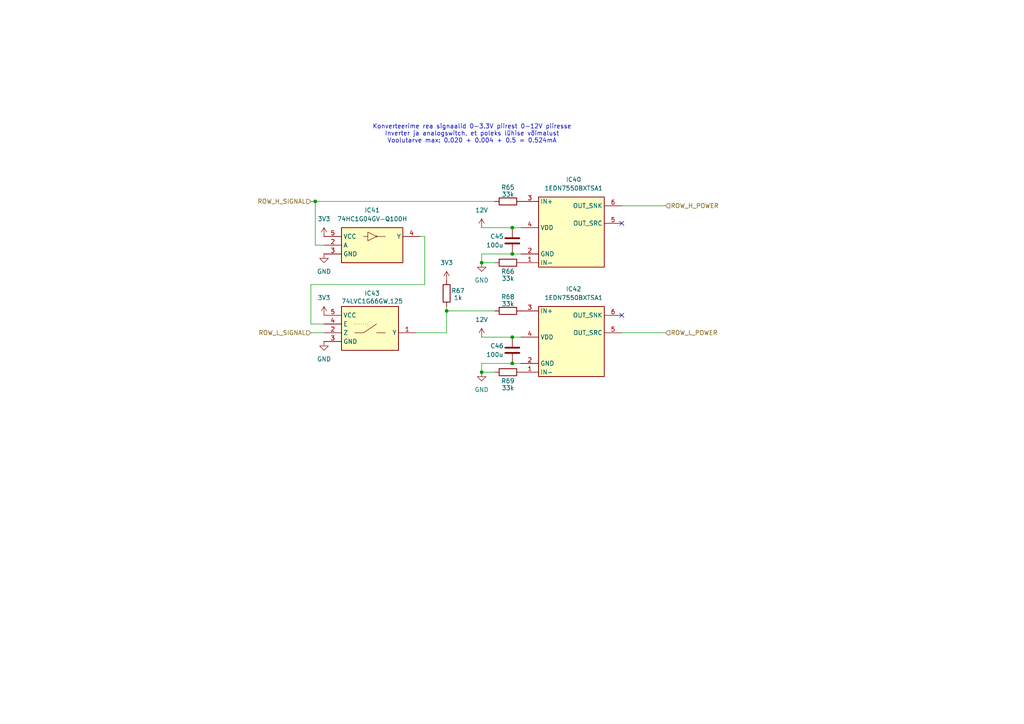
<source format=kicad_sch>
(kicad_sch (version 20250114) (generator "eeschema") (generator_version "9.0")
  (paper "A4")
  (lib_symbols
    (symbol "1EDN7550BXTSA1_2"
      (property "Reference" "IC2" (at 15.24 7.62 0))
      (property "Value" "1EDN7550BXTSA1" (at 15.24 5.08 0))
      (symbol "1EDN7550BXTSA1_2_1_1"
        (rectangle (start 5.08 2.54) (end 24.13 -17.78) (stroke (width 0.254)) (fill (type background)))
        (pin bidirectional line (at 0 1.27 0) (length 5.08) (name "IN+") (number "3"))
        (pin bidirectional line (at 0 -6.35 0) (length 5.08) (name "VDD") (number "4"))
        (pin bidirectional line (at 0 -13.97 0) (length 5.08) (name "GND") (number "2"))
        (pin bidirectional line (at 0 -16.51 0) (length 5.08) (name "IN-") (number "1"))
        (pin output line (at 29.21 0 180) (length 5.08) (name "OUT_SNK") (number "6"))
        (pin output line (at 29.21 -5.08 180) (length 5.08) (name "OUT_SRC") (number "5"))
      )
    )
    (symbol "74HC1G04GV-Q100H:74HC1G04GV-Q100H"
      (property "Reference" "IC3" (at 13.97 7.62 0))
      (property "Value" "74HC1G04GV-Q100H" (at 13.97 5.08 0))
      (symbol "74HC1G04GV-Q100H_0_1"
        (polyline (pts (xy 12.7 0) (xy 11.43 0)))
        (polyline (pts (xy 15.24 0) (xy 17.78 0)))
        (polyline (pts (xy 15.24 0) (xy 12.7 1.27) (xy 12.7 -1.27) (xy 15.24 0)))
        (circle (center 15.24 0) (radius 0.2) (stroke (width 0.1)) (fill (type background)))
      )
      (symbol "74HC1G04GV-Q100H_1_1"
        (rectangle (start 5.08 2.54) (end 22.86 -7.62) (stroke (width 0.254)) (fill (type background)))
        (pin passive line (at 0 0 0) (length 5.08) (name "VCC") (number "5"))
        (pin passive line (at 0 -2.54 0) (length 5.08) (name "A") (number "2"))
        (pin passive line (at 0 -5.08 0) (length 5.08) (name "GND") (number "3"))
        (pin passive line (at 27.94 0 180) (length 5.08) (name "Y") (number "4"))
        (pin passive line (at 27.94 -5.08 180) (length 5.08) (hide yes) (name "n.c.") (number "1"))
      )
    )
    (symbol "74LVC1G66GW_125:74LVC1G66GW,125"
      (property "Reference" "IC2" (at 12.7 8.89 0))
      (property "Value" "74LVC1G66GW,125" (at 12.7 6.604 0))
      (symbol "74LVC1G66GW,125_0_1"
        (polyline (pts (xy 7.62 -2.54) (xy 10.16 -2.54)))
        (polyline (pts (xy 10.16 -2.54) (xy 13.97 0)))
        (polyline (pts (xy 13.97 -2.54) (xy 16.51 -2.54)))
      )
      (symbol "74LVC1G66GW,125_1_1"
        (rectangle (start 3.81 5.08) (end 20.32 -7.62) (stroke (width 0.254)) (fill (type background)))
        (polyline (pts (xy 7.62 0) (xy 11.43 0) (xy 11.43 -1.27)) (stroke (width 0) (type dot)))
        (pin passive line (at -1.27 2.54 0) (length 5.08) (name "VCC") (number "5"))
        (pin passive line (at -1.27 0 0) (length 5.08) (name "E") (number "4"))
        (pin passive line (at -1.27 -2.54 0) (length 5.08) (name "Z") (number "2"))
        (pin passive line (at -1.27 -5.08 0) (length 5.08) (name "GND") (number "3"))
        (pin passive line (at 25.4 -2.54 180) (length 5.08) (name "Y") (number "1"))
      )
    )
    (symbol "Device:C" (pin_numbers (hide yes)) (pin_names (offset 0.254))
      (property "Reference" "C" (at 0.635 2.54 0))
      (property "Value" "C" (at 0.635 -2.54 0))
      (symbol "C_0_1"
        (polyline (pts (xy -2.032 0.762) (xy 2.032 0.762)) (stroke (width 0.508)))
        (polyline (pts (xy -2.032 -0.762) (xy 2.032 -0.762)) (stroke (width 0.508)))
      )
      (symbol "C_1_1"
        (pin passive line (at 0 3.81 270) (length 2.794) (name "~") (number "1"))
        (pin passive line (at 0 -3.81 90) (length 2.794) (name "~") (number "2"))
      )
    )
    (symbol "Device:R" (pin_numbers (hide yes)) (pin_names (offset 0))
      (property "Reference" "R" (at 2.032 0 90))
      (property "Value" "R" (at 0 0 90))
      (symbol "R_0_1"
        (rectangle (start -1.016 -2.54) (end 1.016 2.54) (stroke (width 0.254)))
      )
      (symbol "R_1_1"
        (pin passive line (at 0 3.81 270) (length 1.27) (name "~") (number "1"))
        (pin passive line (at 0 -3.81 90) (length 1.27) (name "~") (number "2"))
      )
    )
    (symbol "power:GND" (power) (pin_numbers (hide yes)) (pin_names (offset 0) (hide yes))
      (property "Value" "GND" (at 0 -3.81 0))
      (symbol "GND_0_1"
        (polyline (pts (xy 0 0) (xy 0 -1.27) (xy 1.27 -1.27) (xy 0 -2.54) (xy -1.27 -1.27) (xy 0 -1.27)))
      )
      (symbol "GND_1_1"
        (pin power_in line (at 0 0 270) (length 0) (name "~") (number "1"))
      )
    )
    (symbol "power:VCC" (power) (pin_numbers (hide yes)) (pin_names (offset 0) (hide yes))
      (property "Value" "VCC" (at 0 3.556 0))
      (symbol "VCC_0_1"
        (polyline (pts (xy -0.762 1.27) (xy 0 2.54)))
        (polyline (pts (xy 0 2.54) (xy 0.762 1.27)))
        (polyline (pts (xy 0 0) (xy 0 2.54)))
      )
      (symbol "VCC_1_1"
        (pin power_in line (at 0 0 90) (length 0) (name "~") (number "1"))
      )
    )
  )
  (text "Konverteerime rea signaalid 0-3.3V piirest 0-12V piiresse\nInverter ja analogswitch, et poleks lühise võimalust\nVoolutarve max: 0.020 + 0.004 + 0.5 = 0.524mA" (at 136.906 38.862 0) (effects (font (size 1.27 1.27))))
  (junction (at 129.54 90.17))
  (junction (at 139.7 76.2))
  (junction (at 148.59 97.79))
  (junction (at 148.59 66.04))
  (junction (at 148.59 73.66))
  (junction (at 139.7 107.95))
  (junction (at 148.59 105.41))
  (junction (at 91.44 58.42))
  (no_connect (at 180.34 91.44))
  (no_connect (at 180.34 64.77))
  (wire (pts (xy 90.17 96.52) (xy 93.98 96.52)))
  (wire (pts (xy 123.19 82.55) (xy 90.17 82.55)))
  (wire (pts (xy 129.54 96.52) (xy 129.54 90.17)))
  (wire (pts (xy 139.7 66.04) (xy 148.59 66.04)))
  (wire (pts (xy 139.7 73.66) (xy 148.59 73.66)))
  (wire (pts (xy 148.59 73.66) (xy 151.13 73.66)))
  (wire (pts (xy 180.34 96.52) (xy 193.04 96.52)))
  (wire (pts (xy 90.17 58.42) (xy 91.44 58.42)))
  (wire (pts (xy 148.59 97.79) (xy 151.13 97.79)))
  (wire (pts (xy 91.44 71.12) (xy 93.98 71.12)))
  (wire (pts (xy 143.51 76.2) (xy 139.7 76.2)))
  (wire (pts (xy 180.34 59.69) (xy 193.04 59.69)))
  (wire (pts (xy 139.7 105.41) (xy 148.59 105.41)))
  (wire (pts (xy 143.51 107.95) (xy 139.7 107.95)))
  (wire (pts (xy 123.19 68.58) (xy 123.19 82.55)))
  (wire (pts (xy 129.54 90.17) (xy 143.51 90.17)))
  (wire (pts (xy 90.17 82.55) (xy 90.17 93.98)))
  (wire (pts (xy 120.65 96.52) (xy 129.54 96.52)))
  (wire (pts (xy 91.44 58.42) (xy 91.44 71.12)))
  (wire (pts (xy 139.7 97.79) (xy 148.59 97.79)))
  (wire (pts (xy 129.54 88.9) (xy 129.54 90.17)))
  (wire (pts (xy 139.7 73.66) (xy 139.7 76.2)))
  (wire (pts (xy 121.92 68.58) (xy 123.19 68.58)))
  (wire (pts (xy 139.7 105.41) (xy 139.7 107.95)))
  (wire (pts (xy 148.59 105.41) (xy 151.13 105.41)))
  (wire (pts (xy 148.59 66.04) (xy 151.13 66.04)))
  (wire (pts (xy 90.17 93.98) (xy 93.98 93.98)))
  (wire (pts (xy 91.44 58.42) (xy 143.51 58.42)))
  (hierarchical_label "ROW_L_POWER" (shape input) (at 193.04 96.52 0))
  (hierarchical_label "ROW_H_POWER" (shape input) (at 193.04 59.69 0))
  (hierarchical_label "ROW_H_SIGNAL" (shape input) (at 90.17 58.42 180))
  (hierarchical_label "ROW_L_SIGNAL" (shape input) (at 90.17 96.52 180))
  (symbol (lib_id "power:VCC") (at 129.54 81.28 0) (unit 1)
    (property "Reference" "#PWR024" (effects (hide yes)))
    (property "Value" "3V3" (at 129.54 76.2 0))
    (property "Description" "Power symbol creates a global label with name \"VCC\"" (effects (hide yes)))
    (instances (project "Emaplaat" (path "" (reference "#PWR079") (unit 1)) (path "" (reference "#PWR033") (unit 1)) (path "" (reference "#PWR057") (unit 1)) (path "" (reference "#PWR090") (unit 1)) (path "" (reference "#PWR068") (unit 1)) (path "" (reference "#PWR046") (unit 1)) (path "" (reference "#PWR024") (unit 1))))
  )
  (symbol (lib_id "Device:R") (at 147.32 76.2 270) (unit 1)
    (property "Reference" "R13" (at 147.32 78.74 90))
    (property "Value" "33k" (at 147.32 80.772 90))
    (property "Footprint" "Resistor_SMD:R_0603_1608Metric_Pad0.98x0.95mm_HandSolder" (effects (hide yes)))
    (property "Description" "Resistor" (effects (hide yes)))
    (instances (project "Emaplaat" (path "" (reference "R66") (unit 1)) (path "" (reference "R23") (unit 1)) (path "" (reference "R56") (unit 1)) (path "" (reference "R71") (unit 1)) (path "" (reference "R61") (unit 1)) (path "" (reference "R18") (unit 1)) (path "" (reference "R13") (unit 1))))
  )
  (symbol (lib_id "power:VCC") (at 139.7 66.04 0) (unit 1)
    (property "Reference" "#PWR03" (effects (hide yes)))
    (property "Value" "12V" (at 139.7 60.96 0))
    (property "Description" "Power symbol creates a global label with name \"VCC\"" (effects (hide yes)))
    (instances (project "Emaplaat" (path "" (reference "#PWR075") (unit 1)) (path "" (reference "#PWR029") (unit 1)) (path "" (reference "#PWR053") (unit 1)) (path "" (reference "#PWR086") (unit 1)) (path "" (reference "#PWR064") (unit 1)) (path "" (reference "#PWR042") (unit 1)) (path "" (reference "#PWR03") (unit 1))))
  )
  (symbol (lib_name "1EDN7550BXTSA1_2") (lib_id "1EDN7550BXTSA1:1EDN7550BXTSA1") (at 151.13 91.44 0) (unit 1)
    (property "Reference" "IC8" (at 166.37 83.82 0))
    (property "Value" "1EDN7550BXTSA1" (at 166.37 86.36 0))
    (property "Footprint" "SOT95P280X145-6N" (effects (hide yes)))
    (property "Datasheet" "https://www.mouser.ee/datasheet/3/70/1/Infineon-1EDN7550B-DataSheet-v02_04-EN.pdf" (effects (hide yes)))
    (property "Description" "INFINEON - 1EDN7550BXTSA1 - MOSFET Driver, High Side, 4.5V to 20V Supply, 8A Out, 45ns Delay, SOT-23-6" (effects (hide yes)))
    (property "Height" "1.45" (effects (hide yes)))
    (property "Mouser Part Number" "726-1EDN7550BXTSA1" (effects (hide yes)))
    (property "Mouser Price/Stock" "https://www.mouser.co.uk/ProductDetail/Infineon-Technologies/1EDN7550BXTSA1?qs=55YtniHzbhAbvf50ccXD7g%3D%3D" (effects (hide yes)))
    (property "Manufacturer_Name" "Infineon" (effects (hide yes)))
    (property "Manufacturer_Part_Number" "1EDN7550BXTSA1" (effects (hide yes)))
    (instances (project "Emaplaat" (path "" (reference "IC42") (unit 1)) (path "" (reference "IC16") (unit 1)) (path "" (reference "IC34") (unit 1)) (path "" (reference "IC46") (unit 1)) (path "" (reference "IC38") (unit 1)) (path "" (reference "IC12") (unit 1)) (path "" (reference "IC8") (unit 1))))
  )
  (symbol (lib_id "power:GND") (at 93.98 73.66 0) (unit 1)
    (property "Reference" "#PWR016" (effects (hide yes)))
    (property "Value" "GND" (at 93.98 78.74 0))
    (property "Description" "Power symbol creates a global label with name \"GND\" , ground" (effects (hide yes)))
    (instances (project "Emaplaat" (path "" (reference "#PWR077") (unit 1)) (path "" (reference "#PWR031") (unit 1)) (path "" (reference "#PWR055") (unit 1)) (path "" (reference "#PWR088") (unit 1)) (path "" (reference "#PWR066") (unit 1)) (path "" (reference "#PWR044") (unit 1)) (path "" (reference "#PWR016") (unit 1))))
  )
  (symbol (lib_id "74LVC1G66GW_125:74LVC1G66GW,125") (at 95.25 93.98 0) (unit 1)
    (property "Reference" "IC9" (at 107.95 85.09 0))
    (property "Value" "74LVC1G66GW,125" (at 107.95 87.376 0))
    (property "Footprint" "SOT65P212X110-5N" (effects (hide yes)))
    (property "Datasheet" "https://assets.nexperia.com/documents/data-sheet/74LVC1G66.pdf" (effects (hide yes)))
    (property "Description" "NXP 74LVC1G66GW,125, Multiplexer Single SPST, 3 V, 5 V, 5-Pin TSSOP" (effects (hide yes)))
    (property "Height" "1.1" (effects (hide yes)))
    (property "Mouser Part Number" "771-74LVC1G66GW-G" (effects (hide yes)))
    (property "Mouser Price/Stock" "https://www.mouser.co.uk/ProductDetail/Nexperia/74LVC1G66GW125?qs=me8TqzrmIYUqt%252BdMXussPA%3D%3D" (effects (hide yes)))
    (property "Manufacturer_Name" "Nexperia" (effects (hide yes)))
    (property "Manufacturer_Part_Number" "74LVC1G66GW,125" (effects (hide yes)))
    (instances (project "Emaplaat" (path "" (reference "IC43") (unit 1)) (path "" (reference "IC17") (unit 1)) (path "" (reference "IC35") (unit 1)) (path "" (reference "IC47") (unit 1)) (path "" (reference "IC39") (unit 1)) (path "" (reference "IC13") (unit 1)) (path "" (reference "IC9") (unit 1))))
  )
  (symbol (lib_id "power:GND") (at 139.7 76.2 0) (unit 1)
    (property "Reference" "#PWR023" (effects (hide yes)))
    (property "Value" "GND" (at 139.7 81.28 0))
    (property "Description" "Power symbol creates a global label with name \"GND\" , ground" (effects (hide yes)))
    (instances (project "Emaplaat" (path "" (reference "#PWR078") (unit 1)) (path "" (reference "#PWR032") (unit 1)) (path "" (reference "#PWR056") (unit 1)) (path "" (reference "#PWR089") (unit 1)) (path "" (reference "#PWR067") (unit 1)) (path "" (reference "#PWR045") (unit 1)) (path "" (reference "#PWR023") (unit 1))))
  )
  (symbol (lib_id "Device:C") (at 148.59 69.85 180) (unit 1)
    (property "Reference" "C21" (at 144.145 68.58 0))
    (property "Value" "100u" (at 143.51 71.12 0))
    (property "Footprint" "Capacitor_SMD:C_0603_1608Metric_Pad1.08x0.95mm_HandSolder" (effects (hide yes)))
    (property "Description" "Unpolarized capacitor" (effects (hide yes)))
    (instances (project "Emaplaat" (path "" (reference "C45") (unit 1)) (path "" (reference "C25") (unit 1)) (path "" (reference "C41") (unit 1)) (path "" (reference "C47") (unit 1)) (path "" (reference "C43") (unit 1)) (path "" (reference "C23") (unit 1)) (path "" (reference "C21") (unit 1))))
  )
  (symbol (lib_id "Device:R") (at 129.54 85.09 0) (unit 1)
    (property "Reference" "R14" (at 132.842 84.328 0))
    (property "Value" "1k" (at 132.842 86.36 0))
    (property "Footprint" "Resistor_SMD:R_0603_1608Metric_Pad0.98x0.95mm_HandSolder" (effects (hide yes)))
    (property "Description" "Resistor" (effects (hide yes)))
    (instances (project "Emaplaat" (path "" (reference "R67") (unit 1)) (path "" (reference "R24") (unit 1)) (path "" (reference "R57") (unit 1)) (path "" (reference "R72") (unit 1)) (path "" (reference "R62") (unit 1)) (path "" (reference "R19") (unit 1)) (path "" (reference "R14") (unit 1))))
  )
  (symbol (lib_id "power:VCC") (at 93.98 68.58 0) (unit 1)
    (property "Reference" "#PWR011" (effects (hide yes)))
    (property "Value" "3V3" (at 93.98 63.5 0))
    (property "Description" "Power symbol creates a global label with name \"VCC\"" (effects (hide yes)))
    (instances (project "Emaplaat" (path "" (reference "#PWR076") (unit 1)) (path "" (reference "#PWR030") (unit 1)) (path "" (reference "#PWR054") (unit 1)) (path "" (reference "#PWR087") (unit 1)) (path "" (reference "#PWR065") (unit 1)) (path "" (reference "#PWR043") (unit 1)) (path "" (reference "#PWR011") (unit 1))))
  )
  (symbol (lib_id "Device:C") (at 148.59 101.6 180) (unit 1)
    (property "Reference" "C22" (at 144.145 100.33 0))
    (property "Value" "100u" (at 143.51 102.87 0))
    (property "Footprint" "Capacitor_SMD:C_0603_1608Metric_Pad1.08x0.95mm_HandSolder" (effects (hide yes)))
    (property "Description" "Unpolarized capacitor" (effects (hide yes)))
    (instances (project "Emaplaat" (path "" (reference "C46") (unit 1)) (path "" (reference "C26") (unit 1)) (path "" (reference "C42") (unit 1)) (path "" (reference "C48") (unit 1)) (path "" (reference "C44") (unit 1)) (path "" (reference "C24") (unit 1)) (path "" (reference "C22") (unit 1))))
  )
  (symbol (lib_id "power:VCC") (at 93.98 91.44 0) (unit 1)
    (property "Reference" "#PWR025" (effects (hide yes)))
    (property "Value" "3V3" (at 93.98 86.36 0))
    (property "Description" "Power symbol creates a global label with name \"VCC\"" (effects (hide yes)))
    (instances (project "Emaplaat" (path "" (reference "#PWR080") (unit 1)) (path "" (reference "#PWR034") (unit 1)) (path "" (reference "#PWR058") (unit 1)) (path "" (reference "#PWR091") (unit 1)) (path "" (reference "#PWR069") (unit 1)) (path "" (reference "#PWR047") (unit 1)) (path "" (reference "#PWR025") (unit 1))))
  )
  (symbol (lib_name "1EDN7550BXTSA1_2") (lib_id "1EDN7550BXTSA1:1EDN7550BXTSA1") (at 151.13 59.69 0) (unit 1)
    (property "Reference" "IC6" (at 166.37 52.07 0))
    (property "Value" "1EDN7550BXTSA1" (at 166.37 54.61 0))
    (property "Footprint" "SOT95P280X145-6N" (effects (hide yes)))
    (property "Datasheet" "https://www.mouser.ee/datasheet/3/70/1/Infineon-1EDN7550B-DataSheet-v02_04-EN.pdf" (effects (hide yes)))
    (property "Description" "INFINEON - 1EDN7550BXTSA1 - MOSFET Driver, High Side, 4.5V to 20V Supply, 8A Out, 45ns Delay, SOT-23-6" (effects (hide yes)))
    (property "Height" "1.45" (effects (hide yes)))
    (property "Mouser Part Number" "726-1EDN7550BXTSA1" (effects (hide yes)))
    (property "Mouser Price/Stock" "https://www.mouser.co.uk/ProductDetail/Infineon-Technologies/1EDN7550BXTSA1?qs=55YtniHzbhAbvf50ccXD7g%3D%3D" (effects (hide yes)))
    (property "Manufacturer_Name" "Infineon" (effects (hide yes)))
    (property "Manufacturer_Part_Number" "1EDN7550BXTSA1" (effects (hide yes)))
    (instances (project "Emaplaat" (path "" (reference "IC40") (unit 1)) (path "" (reference "IC14") (unit 1)) (path "" (reference "IC32") (unit 1)) (path "" (reference "IC44") (unit 1)) (path "" (reference "IC36") (unit 1)) (path "" (reference "IC10") (unit 1)) (path "" (reference "IC6") (unit 1))))
  )
  (symbol (lib_id "power:VCC") (at 139.7 97.79 0) (unit 1)
    (property "Reference" "#PWR026" (effects (hide yes)))
    (property "Value" "12V" (at 139.7 92.71 0))
    (property "Description" "Power symbol creates a global label with name \"VCC\"" (effects (hide yes)))
    (instances (project "Emaplaat" (path "" (reference "#PWR081") (unit 1)) (path "" (reference "#PWR035") (unit 1)) (path "" (reference "#PWR059") (unit 1)) (path "" (reference "#PWR092") (unit 1)) (path "" (reference "#PWR070") (unit 1)) (path "" (reference "#PWR048") (unit 1)) (path "" (reference "#PWR026") (unit 1))))
  )
  (symbol (lib_id "power:GND") (at 93.98 99.06 0) (unit 1)
    (property "Reference" "#PWR027" (effects (hide yes)))
    (property "Value" "GND" (at 93.98 104.14 0))
    (property "Description" "Power symbol creates a global label with name \"GND\" , ground" (effects (hide yes)))
    (instances (project "Emaplaat" (path "" (reference "#PWR082") (unit 1)) (path "" (reference "#PWR036") (unit 1)) (path "" (reference "#PWR060") (unit 1)) (path "" (reference "#PWR093") (unit 1)) (path "" (reference "#PWR071") (unit 1)) (path "" (reference "#PWR049") (unit 1)) (path "" (reference "#PWR027") (unit 1))))
  )
  (symbol (lib_id "74HC1G04GV-Q100H:74HC1G04GV-Q100H") (at 93.98 68.58 0) (unit 1)
    (property "Reference" "IC7" (at 107.95 60.96 0))
    (property "Value" "74HC1G04GV-Q100H" (at 107.95 63.5 0))
    (property "Footprint" "SOT95P275X110-5N" (effects (hide yes)))
    (property "Datasheet" "https://assets.nexperia.com/documents/data-sheet/74HC_HCT1G04_Q100.pdf" (effects (hide yes)))
    (property "Description" "74HC(T)1G04-Q100 - Inverter@en-us" (effects (hide yes)))
    (property "Height" "1.1" (effects (hide yes)))
    (property "Mouser Part Number" "771-74HC1G04GV-Q100H" (effects (hide yes)))
    (property "Mouser Price/Stock" "https://www.mouser.co.uk/ProductDetail/Nexperia/74HC1G04GV-Q100H?qs=cbprxTG2Yq%252BKFNu%252BdT2Rfw%3D%3D" (effects (hide yes)))
    (property "Manufacturer_Name" "Nexperia" (effects (hide yes)))
    (property "Manufacturer_Part_Number" "74HC1G04GV-Q100H" (effects (hide yes)))
    (instances (project "Emaplaat" (path "" (reference "IC41") (unit 1)) (path "" (reference "IC15") (unit 1)) (path "" (reference "IC33") (unit 1)) (path "" (reference "IC45") (unit 1)) (path "" (reference "IC37") (unit 1)) (path "" (reference "IC11") (unit 1)) (path "" (reference "IC7") (unit 1))))
  )
  (symbol (lib_id "Device:R") (at 147.32 90.17 270) (unit 1)
    (property "Reference" "R15" (at 147.32 86.106 90))
    (property "Value" "33k" (at 147.32 88.138 90))
    (property "Footprint" "Resistor_SMD:R_0603_1608Metric_Pad0.98x0.95mm_HandSolder" (effects (hide yes)))
    (property "Description" "Resistor" (effects (hide yes)))
    (instances (project "Emaplaat" (path "" (reference "R68") (unit 1)) (path "" (reference "R25") (unit 1)) (path "" (reference "R58") (unit 1)) (path "" (reference "R73") (unit 1)) (path "" (reference "R63") (unit 1)) (path "" (reference "R20") (unit 1)) (path "" (reference "R15") (unit 1))))
  )
  (symbol (lib_id "Device:R") (at 147.32 58.42 270) (unit 1)
    (property "Reference" "R12" (at 147.32 54.356 90))
    (property "Value" "33k" (at 147.32 56.388 90))
    (property "Footprint" "Resistor_SMD:R_0603_1608Metric_Pad0.98x0.95mm_HandSolder" (effects (hide yes)))
    (property "Description" "Resistor" (effects (hide yes)))
    (instances (project "Emaplaat" (path "" (reference "R65") (unit 1)) (path "" (reference "R22") (unit 1)) (path "" (reference "R55") (unit 1)) (path "" (reference "R70") (unit 1)) (path "" (reference "R60") (unit 1)) (path "" (reference "R17") (unit 1)) (path "" (reference "R12") (unit 1))))
  )
  (symbol (lib_id "power:GND") (at 139.7 107.95 0) (unit 1)
    (property "Reference" "#PWR028" (effects (hide yes)))
    (property "Value" "GND" (at 139.7 113.03 0))
    (property "Description" "Power symbol creates a global label with name \"GND\" , ground" (effects (hide yes)))
    (instances (project "Emaplaat" (path "" (reference "#PWR083") (unit 1)) (path "" (reference "#PWR037") (unit 1)) (path "" (reference "#PWR061") (unit 1)) (path "" (reference "#PWR094") (unit 1)) (path "" (reference "#PWR072") (unit 1)) (path "" (reference "#PWR050") (unit 1)) (path "" (reference "#PWR028") (unit 1))))
  )
  (symbol (lib_id "Device:R") (at 147.32 107.95 270) (unit 1)
    (property "Reference" "R16" (at 147.32 110.49 90))
    (property "Value" "33k" (at 147.32 112.522 90))
    (property "Footprint" "Resistor_SMD:R_0603_1608Metric_Pad0.98x0.95mm_HandSolder" (effects (hide yes)))
    (property "Description" "Resistor" (effects (hide yes)))
    (instances (project "Emaplaat" (path "" (reference "R69") (unit 1)) (path "" (reference "R26") (unit 1)) (path "" (reference "R59") (unit 1)) (path "" (reference "R74") (unit 1)) (path "" (reference "R64") (unit 1)) (path "" (reference "R21") (unit 1)) (path "" (reference "R16") (unit 1))))
  )
)
</source>
